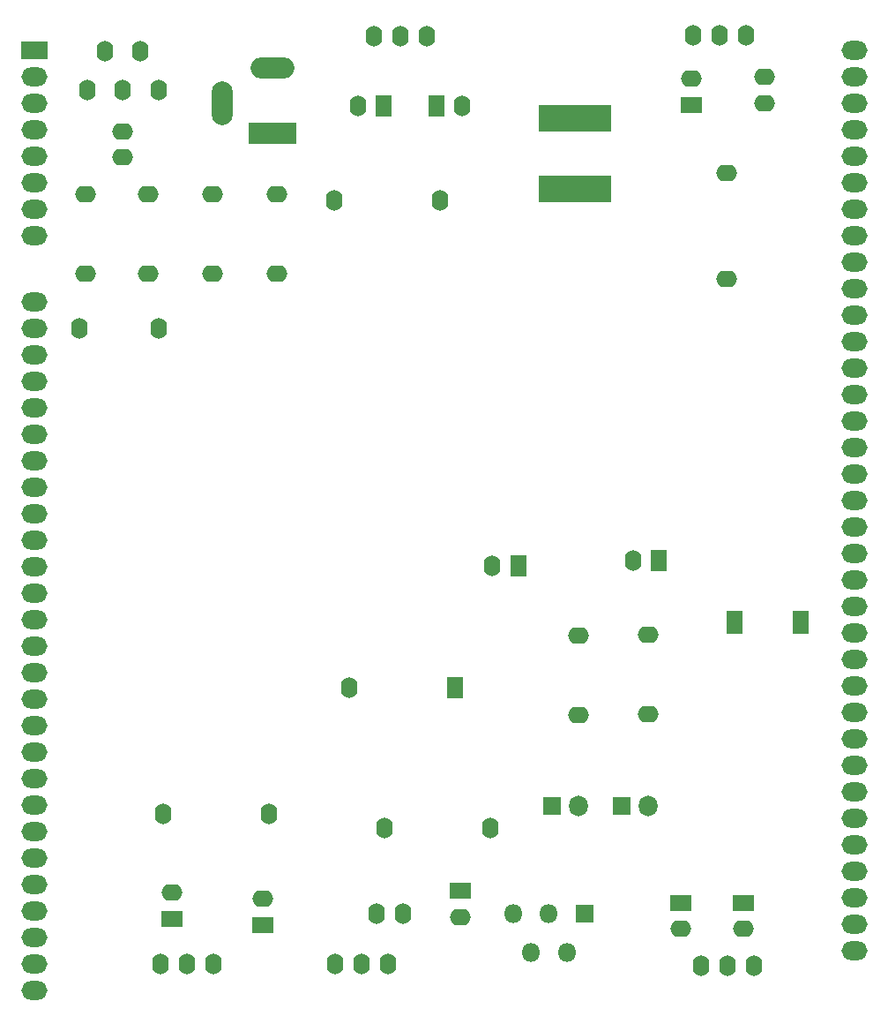
<source format=gts>
G04 #@! TF.GenerationSoftware,KiCad,Pcbnew,7.0.11-7.0.11~ubuntu22.04.1*
G04 #@! TF.CreationDate,2024-06-01T19:22:32-03:00*
G04 #@! TF.ProjectId,Fonte_tensao_LM675_v05b,466f6e74-655f-4746-956e-73616f5f4c4d,v02*
G04 #@! TF.SameCoordinates,Original*
G04 #@! TF.FileFunction,Soldermask,Top*
G04 #@! TF.FilePolarity,Negative*
%FSLAX46Y46*%
G04 Gerber Fmt 4.6, Leading zero omitted, Abs format (unit mm)*
G04 Created by KiCad (PCBNEW 7.0.11-7.0.11~ubuntu22.04.1) date 2024-06-01 19:22:32*
%MOMM*%
%LPD*%
G01*
G04 APERTURE LIST*
%ADD10O,1.600000X2.000000*%
%ADD11R,1.600000X2.000000*%
%ADD12O,1.800000X1.800000*%
%ADD13R,1.800000X1.800000*%
%ADD14R,1.500000X2.200000*%
%ADD15O,2.000000X1.600000*%
%ADD16R,2.000000X1.600000*%
%ADD17R,7.000000X2.500000*%
%ADD18O,1.800000X2.000000*%
%ADD19O,2.500000X1.800000*%
%ADD20R,2.500000X1.800000*%
%ADD21O,2.000000X4.200000*%
%ADD22O,4.200000X2.000000*%
%ADD23R,4.600000X2.000000*%
G04 APERTURE END LIST*
D10*
X164150000Y-106100000D03*
D11*
X166650000Y-106100000D03*
D10*
X150650000Y-106600000D03*
D11*
X153150000Y-106600000D03*
D12*
X152700000Y-140000000D03*
X154400000Y-143700000D03*
X156100000Y-140000000D03*
X157800000Y-143700000D03*
D13*
X159500000Y-140000000D03*
D14*
X180300000Y-112000000D03*
X173900000Y-112000000D03*
D10*
X136920000Y-118300000D03*
D11*
X147080000Y-118300000D03*
D15*
X173200000Y-79080000D03*
X173200000Y-68920000D03*
X115200000Y-67450000D03*
X115200000Y-64950000D03*
X117600000Y-78610000D03*
X117600000Y-70990000D03*
D10*
X139321100Y-55850000D03*
X141861100Y-55850000D03*
X144401100Y-55850000D03*
D15*
X111600000Y-70990000D03*
X111600000Y-78610000D03*
D10*
X147800000Y-62500000D03*
D11*
X145300000Y-62500000D03*
D15*
X168800000Y-141428900D03*
D16*
X168800000Y-138928900D03*
D15*
X169800000Y-59900000D03*
D16*
X169800000Y-62400000D03*
D15*
X123800000Y-70990000D03*
X123800000Y-78610000D03*
D10*
X111800000Y-60950000D03*
X113500000Y-57250000D03*
X115200000Y-60950000D03*
X116900000Y-57250000D03*
X118600000Y-60950000D03*
D15*
X130000000Y-78610000D03*
X130000000Y-70990000D03*
D17*
X158600000Y-63700000D03*
X158600000Y-70500000D03*
D13*
X163125000Y-129660000D03*
D18*
X165665000Y-129660000D03*
D19*
X185420000Y-57150000D03*
X185420000Y-59690000D03*
X185420000Y-62230000D03*
X185420000Y-64770000D03*
X185420000Y-67310000D03*
X185420000Y-69850000D03*
X185420000Y-72390000D03*
X185420000Y-74930000D03*
X185420000Y-77470000D03*
X185420000Y-80010000D03*
X185420000Y-82550000D03*
X185420000Y-85090000D03*
X185420000Y-87630000D03*
X185420000Y-90170000D03*
X185420000Y-92710000D03*
X185420000Y-95250000D03*
X185420000Y-97790000D03*
X185420000Y-100330000D03*
X185420000Y-102870000D03*
X185420000Y-105410000D03*
X185420000Y-107950000D03*
X185420000Y-110490000D03*
X185420000Y-113030000D03*
X185420000Y-115570000D03*
X185420000Y-118110000D03*
X185420000Y-120650000D03*
X185420000Y-123190000D03*
X185420000Y-125730000D03*
X185420000Y-128270000D03*
X185420000Y-130810000D03*
X185420000Y-133350000D03*
X185420000Y-135890000D03*
X185420000Y-138430000D03*
X185420000Y-140970000D03*
X185420000Y-143510000D03*
D15*
X174800000Y-141428900D03*
D16*
X174800000Y-138928900D03*
D15*
X128650000Y-138571100D03*
D16*
X128650000Y-141071100D03*
D10*
X123880000Y-144800000D03*
X121340000Y-144800000D03*
X118800000Y-144800000D03*
D13*
X156400000Y-129660000D03*
D18*
X158940000Y-129660000D03*
D10*
X137742200Y-62500000D03*
D11*
X140242200Y-62500000D03*
D20*
X106680000Y-57150000D03*
D19*
X106680000Y-59690000D03*
X106680000Y-62230000D03*
X106680000Y-64770000D03*
X106680000Y-67310000D03*
X106680000Y-69850000D03*
X106680000Y-72390000D03*
X106680000Y-74930000D03*
X106680000Y-81280000D03*
X106680000Y-83820000D03*
X106680000Y-86360000D03*
X106680000Y-88900000D03*
X106680000Y-91440000D03*
X106680000Y-93980000D03*
X106680000Y-96520000D03*
X106680000Y-99060000D03*
X106680000Y-101600000D03*
X106680000Y-104140000D03*
X106680000Y-106680000D03*
X106680000Y-109220000D03*
X106680000Y-111760000D03*
X106680000Y-114300000D03*
X106680000Y-116840000D03*
X106680000Y-119380000D03*
X106680000Y-121920000D03*
X106680000Y-124460000D03*
X106680000Y-127000000D03*
X106680000Y-129540000D03*
X106680000Y-132080000D03*
X106680000Y-134620000D03*
X106680000Y-137160000D03*
X106680000Y-139700000D03*
X106680000Y-142240000D03*
X106680000Y-144780000D03*
X106680000Y-147320000D03*
D10*
X129180000Y-130400000D03*
X119020000Y-130400000D03*
X140320000Y-131800000D03*
X150480000Y-131800000D03*
X175790000Y-145000000D03*
X173250000Y-145000000D03*
X170710000Y-145000000D03*
D15*
X176800000Y-59750000D03*
X176800000Y-62250000D03*
X165594700Y-113241200D03*
X165594700Y-120861200D03*
X147600000Y-140300000D03*
D16*
X147600000Y-137800000D03*
D10*
X110990000Y-83800000D03*
X118610000Y-83800000D03*
X145680000Y-71600000D03*
X135520000Y-71600000D03*
X169910000Y-55695000D03*
X172450000Y-55695000D03*
X174990000Y-55695000D03*
X142050000Y-140000000D03*
X139550000Y-140000000D03*
D15*
X119900000Y-137978600D03*
D16*
X119900000Y-140478600D03*
D10*
X140680000Y-144800000D03*
X138140000Y-144800000D03*
X135600000Y-144800000D03*
D21*
X124750000Y-62250000D03*
D22*
X129550000Y-58850000D03*
D23*
X129550000Y-65150000D03*
D15*
X158900000Y-113290000D03*
X158900000Y-120910000D03*
M02*

</source>
